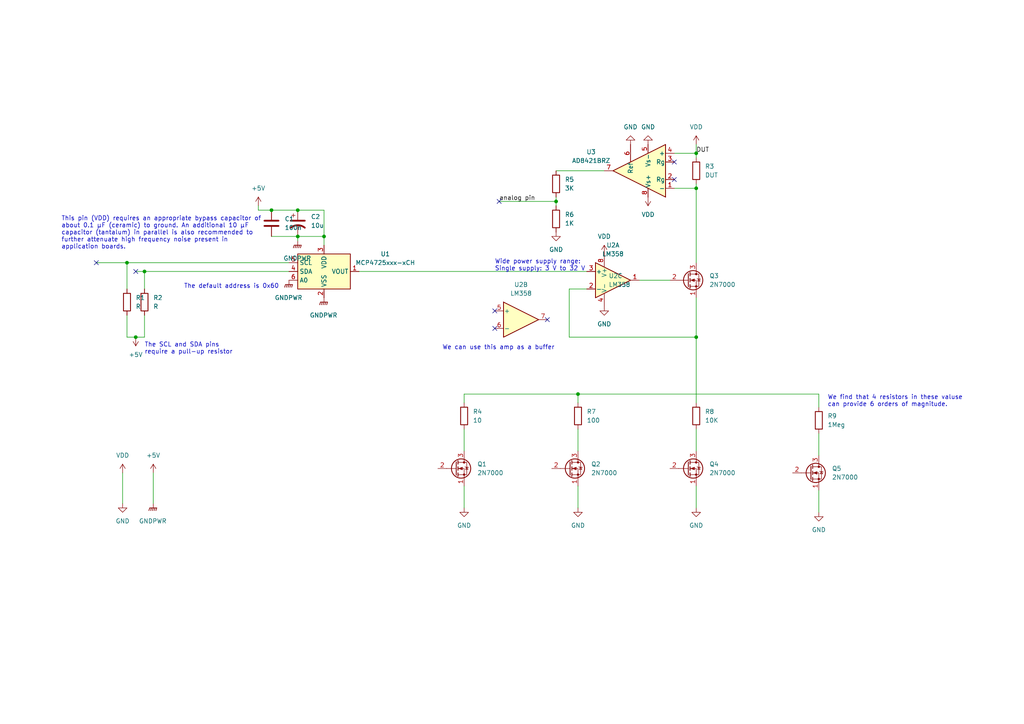
<source format=kicad_sch>
(kicad_sch (version 20211123) (generator eeschema)

  (uuid 1bbec1da-ecb5-49d8-9441-b0f7a1fcb9dc)

  (paper "A4")

  (lib_symbols
    (symbol "Amplifier_Instrumentation:AD8421BRZ" (pin_names (offset 0.127)) (in_bom yes) (on_board yes)
      (property "Reference" "U" (id 0) (at 3.556 7.366 0)
        (effects (font (size 1.27 1.27)))
      )
      (property "Value" "AD8421BRZ" (id 1) (at 7.366 5.334 0)
        (effects (font (size 1.27 1.27)))
      )
      (property "Footprint" "" (id 2) (at -2.54 0 0)
        (effects (font (size 1.27 1.27)) hide)
      )
      (property "Datasheet" "https://www.analog.com/media/en/technical-documentation/data-sheets/AD8421.pdf" (id 3) (at 11.43 -10.16 0)
        (effects (font (size 1.27 1.27)) hide)
      )
      (property "ki_keywords" "ad8421 instumentation amplifier soic-8" (id 4) (at 0 0 0)
        (effects (font (size 1.27 1.27)) hide)
      )
      (property "ki_description" "Low Power, Instumentation Amplifier, SOIC-8" (id 5) (at 0 0 0)
        (effects (font (size 1.27 1.27)) hide)
      )
      (property "ki_fp_filters" "SOIC-8*" (id 6) (at 0 0 0)
        (effects (font (size 1.27 1.27)) hide)
      )
      (symbol "AD8421BRZ_0_1"
        (polyline
          (pts
            (xy -5.08 7.62)
            (xy -5.08 -7.62)
            (xy 10.16 0)
            (xy -5.08 7.62)
          )
          (stroke (width 0.254) (type default) (color 0 0 0 0))
          (fill (type background))
        )
      )
      (symbol "AD8421BRZ_1_1"
        (pin input line (at -7.62 5.08 0) (length 2.54)
          (name "-" (effects (font (size 1.27 1.27))))
          (number "1" (effects (font (size 1.27 1.27))))
        )
        (pin passive line (at -7.62 2.54 0) (length 2.54)
          (name "Rg" (effects (font (size 1.27 1.27))))
          (number "2" (effects (font (size 1.27 1.27))))
        )
        (pin passive line (at -7.62 -2.54 0) (length 2.54)
          (name "Rg" (effects (font (size 1.27 1.27))))
          (number "3" (effects (font (size 1.27 1.27))))
        )
        (pin input line (at -7.62 -5.08 0) (length 2.54)
          (name "+" (effects (font (size 1.27 1.27))))
          (number "4" (effects (font (size 1.27 1.27))))
        )
        (pin power_in line (at 0 -7.62 90) (length 2.54)
          (name "Vs-" (effects (font (size 1.27 1.27))))
          (number "5" (effects (font (size 1.27 1.27))))
        )
        (pin passive line (at 5.08 -7.62 90) (length 5.08)
          (name "Ref" (effects (font (size 1.27 1.27))))
          (number "6" (effects (font (size 1.27 1.27))))
        )
        (pin output line (at 12.7 0 180) (length 2.54)
          (name "~" (effects (font (size 1.27 1.27))))
          (number "7" (effects (font (size 1.27 1.27))))
        )
        (pin power_in line (at 0 7.62 270) (length 2.54)
          (name "Vs+" (effects (font (size 1.27 1.27))))
          (number "8" (effects (font (size 1.27 1.27))))
        )
      )
    )
    (symbol "Amplifier_Operational:LM358" (pin_names (offset 0.127)) (in_bom yes) (on_board yes)
      (property "Reference" "U" (id 0) (at 0 5.08 0)
        (effects (font (size 1.27 1.27)) (justify left))
      )
      (property "Value" "LM358" (id 1) (at 0 -5.08 0)
        (effects (font (size 1.27 1.27)) (justify left))
      )
      (property "Footprint" "" (id 2) (at 0 0 0)
        (effects (font (size 1.27 1.27)) hide)
      )
      (property "Datasheet" "http://www.ti.com/lit/ds/symlink/lm2904-n.pdf" (id 3) (at 0 0 0)
        (effects (font (size 1.27 1.27)) hide)
      )
      (property "ki_locked" "" (id 4) (at 0 0 0)
        (effects (font (size 1.27 1.27)))
      )
      (property "ki_keywords" "dual opamp" (id 5) (at 0 0 0)
        (effects (font (size 1.27 1.27)) hide)
      )
      (property "ki_description" "Low-Power, Dual Operational Amplifiers, DIP-8/SOIC-8/TO-99-8" (id 6) (at 0 0 0)
        (effects (font (size 1.27 1.27)) hide)
      )
      (property "ki_fp_filters" "SOIC*3.9x4.9mm*P1.27mm* DIP*W7.62mm* TO*99* OnSemi*Micro8* TSSOP*3x3mm*P0.65mm* TSSOP*4.4x3mm*P0.65mm* MSOP*3x3mm*P0.65mm* SSOP*3.9x4.9mm*P0.635mm* LFCSP*2x2mm*P0.5mm* *SIP* SOIC*5.3x6.2mm*P1.27mm*" (id 7) (at 0 0 0)
        (effects (font (size 1.27 1.27)) hide)
      )
      (symbol "LM358_1_1"
        (polyline
          (pts
            (xy -5.08 5.08)
            (xy 5.08 0)
            (xy -5.08 -5.08)
            (xy -5.08 5.08)
          )
          (stroke (width 0.254) (type default) (color 0 0 0 0))
          (fill (type background))
        )
        (pin output line (at 7.62 0 180) (length 2.54)
          (name "~" (effects (font (size 1.27 1.27))))
          (number "1" (effects (font (size 1.27 1.27))))
        )
        (pin input line (at -7.62 -2.54 0) (length 2.54)
          (name "-" (effects (font (size 1.27 1.27))))
          (number "2" (effects (font (size 1.27 1.27))))
        )
        (pin input line (at -7.62 2.54 0) (length 2.54)
          (name "+" (effects (font (size 1.27 1.27))))
          (number "3" (effects (font (size 1.27 1.27))))
        )
      )
      (symbol "LM358_2_1"
        (polyline
          (pts
            (xy -5.08 5.08)
            (xy 5.08 0)
            (xy -5.08 -5.08)
            (xy -5.08 5.08)
          )
          (stroke (width 0.254) (type default) (color 0 0 0 0))
          (fill (type background))
        )
        (pin input line (at -7.62 2.54 0) (length 2.54)
          (name "+" (effects (font (size 1.27 1.27))))
          (number "5" (effects (font (size 1.27 1.27))))
        )
        (pin input line (at -7.62 -2.54 0) (length 2.54)
          (name "-" (effects (font (size 1.27 1.27))))
          (number "6" (effects (font (size 1.27 1.27))))
        )
        (pin output line (at 7.62 0 180) (length 2.54)
          (name "~" (effects (font (size 1.27 1.27))))
          (number "7" (effects (font (size 1.27 1.27))))
        )
      )
      (symbol "LM358_3_1"
        (pin power_in line (at -2.54 -7.62 90) (length 3.81)
          (name "V-" (effects (font (size 1.27 1.27))))
          (number "4" (effects (font (size 1.27 1.27))))
        )
        (pin power_in line (at -2.54 7.62 270) (length 3.81)
          (name "V+" (effects (font (size 1.27 1.27))))
          (number "8" (effects (font (size 1.27 1.27))))
        )
      )
    )
    (symbol "Analog_DAC:MCP4725xxx-xCH" (in_bom yes) (on_board yes)
      (property "Reference" "U" (id 0) (at -6.35 6.35 0)
        (effects (font (size 1.27 1.27)))
      )
      (property "Value" "MCP4725xxx-xCH" (id 1) (at 8.89 6.35 0)
        (effects (font (size 1.27 1.27)))
      )
      (property "Footprint" "Package_TO_SOT_SMD:SOT-23-6" (id 2) (at 0 -6.35 0)
        (effects (font (size 1.27 1.27)) hide)
      )
      (property "Datasheet" "http://ww1.microchip.com/downloads/en/DeviceDoc/22039d.pdf" (id 3) (at 0 0 0)
        (effects (font (size 1.27 1.27)) hide)
      )
      (property "ki_keywords" "dac twi" (id 4) (at 0 0 0)
        (effects (font (size 1.27 1.27)) hide)
      )
      (property "ki_description" "12-bit Digital-to-Analog Converter, integrated EEPROM, I2C interface, SOT-23-6" (id 5) (at 0 0 0)
        (effects (font (size 1.27 1.27)) hide)
      )
      (property "ki_fp_filters" "SOT?23*" (id 6) (at 0 0 0)
        (effects (font (size 1.27 1.27)) hide)
      )
      (symbol "MCP4725xxx-xCH_0_1"
        (rectangle (start -7.62 5.08) (end 7.62 -5.08)
          (stroke (width 0.254) (type default) (color 0 0 0 0))
          (fill (type background))
        )
      )
      (symbol "MCP4725xxx-xCH_1_1"
        (pin output line (at 10.16 0 180) (length 2.54)
          (name "VOUT" (effects (font (size 1.27 1.27))))
          (number "1" (effects (font (size 1.27 1.27))))
        )
        (pin power_in line (at 0 -7.62 90) (length 2.54)
          (name "VSS" (effects (font (size 1.27 1.27))))
          (number "2" (effects (font (size 1.27 1.27))))
        )
        (pin power_in line (at 0 7.62 270) (length 2.54)
          (name "VDD" (effects (font (size 1.27 1.27))))
          (number "3" (effects (font (size 1.27 1.27))))
        )
        (pin bidirectional line (at -10.16 0 0) (length 2.54)
          (name "SDA" (effects (font (size 1.27 1.27))))
          (number "4" (effects (font (size 1.27 1.27))))
        )
        (pin input line (at -10.16 2.54 0) (length 2.54)
          (name "SCL" (effects (font (size 1.27 1.27))))
          (number "5" (effects (font (size 1.27 1.27))))
        )
        (pin input line (at -10.16 -2.54 0) (length 2.54)
          (name "A0" (effects (font (size 1.27 1.27))))
          (number "6" (effects (font (size 1.27 1.27))))
        )
      )
    )
    (symbol "Device:C" (pin_numbers hide) (pin_names (offset 0.254)) (in_bom yes) (on_board yes)
      (property "Reference" "C" (id 0) (at 0.635 2.54 0)
        (effects (font (size 1.27 1.27)) (justify left))
      )
      (property "Value" "C" (id 1) (at 0.635 -2.54 0)
        (effects (font (size 1.27 1.27)) (justify left))
      )
      (property "Footprint" "" (id 2) (at 0.9652 -3.81 0)
        (effects (font (size 1.27 1.27)) hide)
      )
      (property "Datasheet" "~" (id 3) (at 0 0 0)
        (effects (font (size 1.27 1.27)) hide)
      )
      (property "ki_keywords" "cap capacitor" (id 4) (at 0 0 0)
        (effects (font (size 1.27 1.27)) hide)
      )
      (property "ki_description" "Unpolarized capacitor" (id 5) (at 0 0 0)
        (effects (font (size 1.27 1.27)) hide)
      )
      (property "ki_fp_filters" "C_*" (id 6) (at 0 0 0)
        (effects (font (size 1.27 1.27)) hide)
      )
      (symbol "C_0_1"
        (polyline
          (pts
            (xy -2.032 -0.762)
            (xy 2.032 -0.762)
          )
          (stroke (width 0.508) (type default) (color 0 0 0 0))
          (fill (type none))
        )
        (polyline
          (pts
            (xy -2.032 0.762)
            (xy 2.032 0.762)
          )
          (stroke (width 0.508) (type default) (color 0 0 0 0))
          (fill (type none))
        )
      )
      (symbol "C_1_1"
        (pin passive line (at 0 3.81 270) (length 2.794)
          (name "~" (effects (font (size 1.27 1.27))))
          (number "1" (effects (font (size 1.27 1.27))))
        )
        (pin passive line (at 0 -3.81 90) (length 2.794)
          (name "~" (effects (font (size 1.27 1.27))))
          (number "2" (effects (font (size 1.27 1.27))))
        )
      )
    )
    (symbol "Device:C_Polarized_US" (pin_numbers hide) (pin_names (offset 0.254) hide) (in_bom yes) (on_board yes)
      (property "Reference" "C" (id 0) (at 0.635 2.54 0)
        (effects (font (size 1.27 1.27)) (justify left))
      )
      (property "Value" "C_Polarized_US" (id 1) (at 0.635 -2.54 0)
        (effects (font (size 1.27 1.27)) (justify left))
      )
      (property "Footprint" "" (id 2) (at 0 0 0)
        (effects (font (size 1.27 1.27)) hide)
      )
      (property "Datasheet" "~" (id 3) (at 0 0 0)
        (effects (font (size 1.27 1.27)) hide)
      )
      (property "ki_keywords" "cap capacitor" (id 4) (at 0 0 0)
        (effects (font (size 1.27 1.27)) hide)
      )
      (property "ki_description" "Polarized capacitor, US symbol" (id 5) (at 0 0 0)
        (effects (font (size 1.27 1.27)) hide)
      )
      (property "ki_fp_filters" "CP_*" (id 6) (at 0 0 0)
        (effects (font (size 1.27 1.27)) hide)
      )
      (symbol "C_Polarized_US_0_1"
        (polyline
          (pts
            (xy -2.032 0.762)
            (xy 2.032 0.762)
          )
          (stroke (width 0.508) (type default) (color 0 0 0 0))
          (fill (type none))
        )
        (polyline
          (pts
            (xy -1.778 2.286)
            (xy -0.762 2.286)
          )
          (stroke (width 0) (type default) (color 0 0 0 0))
          (fill (type none))
        )
        (polyline
          (pts
            (xy -1.27 1.778)
            (xy -1.27 2.794)
          )
          (stroke (width 0) (type default) (color 0 0 0 0))
          (fill (type none))
        )
        (arc (start 2.032 -1.27) (mid 0 -0.5572) (end -2.032 -1.27)
          (stroke (width 0.508) (type default) (color 0 0 0 0))
          (fill (type none))
        )
      )
      (symbol "C_Polarized_US_1_1"
        (pin passive line (at 0 3.81 270) (length 2.794)
          (name "~" (effects (font (size 1.27 1.27))))
          (number "1" (effects (font (size 1.27 1.27))))
        )
        (pin passive line (at 0 -3.81 90) (length 3.302)
          (name "~" (effects (font (size 1.27 1.27))))
          (number "2" (effects (font (size 1.27 1.27))))
        )
      )
    )
    (symbol "Device:R" (pin_numbers hide) (pin_names (offset 0)) (in_bom yes) (on_board yes)
      (property "Reference" "R" (id 0) (at 2.032 0 90)
        (effects (font (size 1.27 1.27)))
      )
      (property "Value" "R" (id 1) (at 0 0 90)
        (effects (font (size 1.27 1.27)))
      )
      (property "Footprint" "" (id 2) (at -1.778 0 90)
        (effects (font (size 1.27 1.27)) hide)
      )
      (property "Datasheet" "~" (id 3) (at 0 0 0)
        (effects (font (size 1.27 1.27)) hide)
      )
      (property "ki_keywords" "R res resistor" (id 4) (at 0 0 0)
        (effects (font (size 1.27 1.27)) hide)
      )
      (property "ki_description" "Resistor" (id 5) (at 0 0 0)
        (effects (font (size 1.27 1.27)) hide)
      )
      (property "ki_fp_filters" "R_*" (id 6) (at 0 0 0)
        (effects (font (size 1.27 1.27)) hide)
      )
      (symbol "R_0_1"
        (rectangle (start -1.016 -2.54) (end 1.016 2.54)
          (stroke (width 0.254) (type default) (color 0 0 0 0))
          (fill (type none))
        )
      )
      (symbol "R_1_1"
        (pin passive line (at 0 3.81 270) (length 1.27)
          (name "~" (effects (font (size 1.27 1.27))))
          (number "1" (effects (font (size 1.27 1.27))))
        )
        (pin passive line (at 0 -3.81 90) (length 1.27)
          (name "~" (effects (font (size 1.27 1.27))))
          (number "2" (effects (font (size 1.27 1.27))))
        )
      )
    )
    (symbol "Transistor_FET:2N7000" (pin_names hide) (in_bom yes) (on_board yes)
      (property "Reference" "Q" (id 0) (at 5.08 1.905 0)
        (effects (font (size 1.27 1.27)) (justify left))
      )
      (property "Value" "2N7000" (id 1) (at 5.08 0 0)
        (effects (font (size 1.27 1.27)) (justify left))
      )
      (property "Footprint" "Package_TO_SOT_THT:TO-92_Inline" (id 2) (at 5.08 -1.905 0)
        (effects (font (size 1.27 1.27) italic) (justify left) hide)
      )
      (property "Datasheet" "https://www.vishay.com/docs/70226/70226.pdf" (id 3) (at 0 0 0)
        (effects (font (size 1.27 1.27)) (justify left) hide)
      )
      (property "ki_keywords" "N-Channel MOSFET Logic-Level" (id 4) (at 0 0 0)
        (effects (font (size 1.27 1.27)) hide)
      )
      (property "ki_description" "0.2A Id, 200V Vds, N-Channel MOSFET, 2.6V Logic Level, TO-92" (id 5) (at 0 0 0)
        (effects (font (size 1.27 1.27)) hide)
      )
      (property "ki_fp_filters" "TO?92*" (id 6) (at 0 0 0)
        (effects (font (size 1.27 1.27)) hide)
      )
      (symbol "2N7000_0_1"
        (polyline
          (pts
            (xy 0.254 0)
            (xy -2.54 0)
          )
          (stroke (width 0) (type default) (color 0 0 0 0))
          (fill (type none))
        )
        (polyline
          (pts
            (xy 0.254 1.905)
            (xy 0.254 -1.905)
          )
          (stroke (width 0.254) (type default) (color 0 0 0 0))
          (fill (type none))
        )
        (polyline
          (pts
            (xy 0.762 -1.27)
            (xy 0.762 -2.286)
          )
          (stroke (width 0.254) (type default) (color 0 0 0 0))
          (fill (type none))
        )
        (polyline
          (pts
            (xy 0.762 0.508)
            (xy 0.762 -0.508)
          )
          (stroke (width 0.254) (type default) (color 0 0 0 0))
          (fill (type none))
        )
        (polyline
          (pts
            (xy 0.762 2.286)
            (xy 0.762 1.27)
          )
          (stroke (width 0.254) (type default) (color 0 0 0 0))
          (fill (type none))
        )
        (polyline
          (pts
            (xy 2.54 2.54)
            (xy 2.54 1.778)
          )
          (stroke (width 0) (type default) (color 0 0 0 0))
          (fill (type none))
        )
        (polyline
          (pts
            (xy 2.54 -2.54)
            (xy 2.54 0)
            (xy 0.762 0)
          )
          (stroke (width 0) (type default) (color 0 0 0 0))
          (fill (type none))
        )
        (polyline
          (pts
            (xy 0.762 -1.778)
            (xy 3.302 -1.778)
            (xy 3.302 1.778)
            (xy 0.762 1.778)
          )
          (stroke (width 0) (type default) (color 0 0 0 0))
          (fill (type none))
        )
        (polyline
          (pts
            (xy 1.016 0)
            (xy 2.032 0.381)
            (xy 2.032 -0.381)
            (xy 1.016 0)
          )
          (stroke (width 0) (type default) (color 0 0 0 0))
          (fill (type outline))
        )
        (polyline
          (pts
            (xy 2.794 0.508)
            (xy 2.921 0.381)
            (xy 3.683 0.381)
            (xy 3.81 0.254)
          )
          (stroke (width 0) (type default) (color 0 0 0 0))
          (fill (type none))
        )
        (polyline
          (pts
            (xy 3.302 0.381)
            (xy 2.921 -0.254)
            (xy 3.683 -0.254)
            (xy 3.302 0.381)
          )
          (stroke (width 0) (type default) (color 0 0 0 0))
          (fill (type none))
        )
        (circle (center 1.651 0) (radius 2.794)
          (stroke (width 0.254) (type default) (color 0 0 0 0))
          (fill (type none))
        )
        (circle (center 2.54 -1.778) (radius 0.254)
          (stroke (width 0) (type default) (color 0 0 0 0))
          (fill (type outline))
        )
        (circle (center 2.54 1.778) (radius 0.254)
          (stroke (width 0) (type default) (color 0 0 0 0))
          (fill (type outline))
        )
      )
      (symbol "2N7000_1_1"
        (pin passive line (at 2.54 -5.08 90) (length 2.54)
          (name "S" (effects (font (size 1.27 1.27))))
          (number "1" (effects (font (size 1.27 1.27))))
        )
        (pin input line (at -5.08 0 0) (length 2.54)
          (name "G" (effects (font (size 1.27 1.27))))
          (number "2" (effects (font (size 1.27 1.27))))
        )
        (pin passive line (at 2.54 5.08 270) (length 2.54)
          (name "D" (effects (font (size 1.27 1.27))))
          (number "3" (effects (font (size 1.27 1.27))))
        )
      )
    )
    (symbol "power:+5V" (power) (pin_names (offset 0)) (in_bom yes) (on_board yes)
      (property "Reference" "#PWR" (id 0) (at 0 -3.81 0)
        (effects (font (size 1.27 1.27)) hide)
      )
      (property "Value" "+5V" (id 1) (at 0 3.556 0)
        (effects (font (size 1.27 1.27)))
      )
      (property "Footprint" "" (id 2) (at 0 0 0)
        (effects (font (size 1.27 1.27)) hide)
      )
      (property "Datasheet" "" (id 3) (at 0 0 0)
        (effects (font (size 1.27 1.27)) hide)
      )
      (property "ki_keywords" "power-flag" (id 4) (at 0 0 0)
        (effects (font (size 1.27 1.27)) hide)
      )
      (property "ki_description" "Power symbol creates a global label with name \"+5V\"" (id 5) (at 0 0 0)
        (effects (font (size 1.27 1.27)) hide)
      )
      (symbol "+5V_0_1"
        (polyline
          (pts
            (xy -0.762 1.27)
            (xy 0 2.54)
          )
          (stroke (width 0) (type default) (color 0 0 0 0))
          (fill (type none))
        )
        (polyline
          (pts
            (xy 0 0)
            (xy 0 2.54)
          )
          (stroke (width 0) (type default) (color 0 0 0 0))
          (fill (type none))
        )
        (polyline
          (pts
            (xy 0 2.54)
            (xy 0.762 1.27)
          )
          (stroke (width 0) (type default) (color 0 0 0 0))
          (fill (type none))
        )
      )
      (symbol "+5V_1_1"
        (pin power_in line (at 0 0 90) (length 0) hide
          (name "+5V" (effects (font (size 1.27 1.27))))
          (number "1" (effects (font (size 1.27 1.27))))
        )
      )
    )
    (symbol "power:GND" (power) (pin_names (offset 0)) (in_bom yes) (on_board yes)
      (property "Reference" "#PWR" (id 0) (at 0 -6.35 0)
        (effects (font (size 1.27 1.27)) hide)
      )
      (property "Value" "GND" (id 1) (at 0 -3.81 0)
        (effects (font (size 1.27 1.27)))
      )
      (property "Footprint" "" (id 2) (at 0 0 0)
        (effects (font (size 1.27 1.27)) hide)
      )
      (property "Datasheet" "" (id 3) (at 0 0 0)
        (effects (font (size 1.27 1.27)) hide)
      )
      (property "ki_keywords" "power-flag" (id 4) (at 0 0 0)
        (effects (font (size 1.27 1.27)) hide)
      )
      (property "ki_description" "Power symbol creates a global label with name \"GND\" , ground" (id 5) (at 0 0 0)
        (effects (font (size 1.27 1.27)) hide)
      )
      (symbol "GND_0_1"
        (polyline
          (pts
            (xy 0 0)
            (xy 0 -1.27)
            (xy 1.27 -1.27)
            (xy 0 -2.54)
            (xy -1.27 -1.27)
            (xy 0 -1.27)
          )
          (stroke (width 0) (type default) (color 0 0 0 0))
          (fill (type none))
        )
      )
      (symbol "GND_1_1"
        (pin power_in line (at 0 0 270) (length 0) hide
          (name "GND" (effects (font (size 1.27 1.27))))
          (number "1" (effects (font (size 1.27 1.27))))
        )
      )
    )
    (symbol "power:GNDPWR" (power) (pin_names (offset 0)) (in_bom yes) (on_board yes)
      (property "Reference" "#PWR" (id 0) (at 0 -5.08 0)
        (effects (font (size 1.27 1.27)) hide)
      )
      (property "Value" "GNDPWR" (id 1) (at 0 -3.302 0)
        (effects (font (size 1.27 1.27)))
      )
      (property "Footprint" "" (id 2) (at 0 -1.27 0)
        (effects (font (size 1.27 1.27)) hide)
      )
      (property "Datasheet" "" (id 3) (at 0 -1.27 0)
        (effects (font (size 1.27 1.27)) hide)
      )
      (property "ki_keywords" "power-flag" (id 4) (at 0 0 0)
        (effects (font (size 1.27 1.27)) hide)
      )
      (property "ki_description" "Power symbol creates a global label with name \"GNDPWR\" , power ground" (id 5) (at 0 0 0)
        (effects (font (size 1.27 1.27)) hide)
      )
      (symbol "GNDPWR_0_1"
        (polyline
          (pts
            (xy 0 -1.27)
            (xy 0 0)
          )
          (stroke (width 0) (type default) (color 0 0 0 0))
          (fill (type none))
        )
        (polyline
          (pts
            (xy -1.016 -1.27)
            (xy -1.27 -2.032)
            (xy -1.27 -2.032)
          )
          (stroke (width 0.2032) (type default) (color 0 0 0 0))
          (fill (type none))
        )
        (polyline
          (pts
            (xy -0.508 -1.27)
            (xy -0.762 -2.032)
            (xy -0.762 -2.032)
          )
          (stroke (width 0.2032) (type default) (color 0 0 0 0))
          (fill (type none))
        )
        (polyline
          (pts
            (xy 0 -1.27)
            (xy -0.254 -2.032)
            (xy -0.254 -2.032)
          )
          (stroke (width 0.2032) (type default) (color 0 0 0 0))
          (fill (type none))
        )
        (polyline
          (pts
            (xy 0.508 -1.27)
            (xy 0.254 -2.032)
            (xy 0.254 -2.032)
          )
          (stroke (width 0.2032) (type default) (color 0 0 0 0))
          (fill (type none))
        )
        (polyline
          (pts
            (xy 1.016 -1.27)
            (xy -1.016 -1.27)
            (xy -1.016 -1.27)
          )
          (stroke (width 0.2032) (type default) (color 0 0 0 0))
          (fill (type none))
        )
        (polyline
          (pts
            (xy 1.016 -1.27)
            (xy 0.762 -2.032)
            (xy 0.762 -2.032)
            (xy 0.762 -2.032)
          )
          (stroke (width 0.2032) (type default) (color 0 0 0 0))
          (fill (type none))
        )
      )
      (symbol "GNDPWR_1_1"
        (pin power_in line (at 0 0 270) (length 0) hide
          (name "GNDPWR" (effects (font (size 1.27 1.27))))
          (number "1" (effects (font (size 1.27 1.27))))
        )
      )
    )
    (symbol "power:VDD" (power) (pin_names (offset 0)) (in_bom yes) (on_board yes)
      (property "Reference" "#PWR" (id 0) (at 0 -3.81 0)
        (effects (font (size 1.27 1.27)) hide)
      )
      (property "Value" "VDD" (id 1) (at 0 3.81 0)
        (effects (font (size 1.27 1.27)))
      )
      (property "Footprint" "" (id 2) (at 0 0 0)
        (effects (font (size 1.27 1.27)) hide)
      )
      (property "Datasheet" "" (id 3) (at 0 0 0)
        (effects (font (size 1.27 1.27)) hide)
      )
      (property "ki_keywords" "power-flag" (id 4) (at 0 0 0)
        (effects (font (size 1.27 1.27)) hide)
      )
      (property "ki_description" "Power symbol creates a global label with name \"VDD\"" (id 5) (at 0 0 0)
        (effects (font (size 1.27 1.27)) hide)
      )
      (symbol "VDD_0_1"
        (polyline
          (pts
            (xy -0.762 1.27)
            (xy 0 2.54)
          )
          (stroke (width 0) (type default) (color 0 0 0 0))
          (fill (type none))
        )
        (polyline
          (pts
            (xy 0 0)
            (xy 0 2.54)
          )
          (stroke (width 0) (type default) (color 0 0 0 0))
          (fill (type none))
        )
        (polyline
          (pts
            (xy 0 2.54)
            (xy 0.762 1.27)
          )
          (stroke (width 0) (type default) (color 0 0 0 0))
          (fill (type none))
        )
      )
      (symbol "VDD_1_1"
        (pin power_in line (at 0 0 90) (length 0) hide
          (name "VDD" (effects (font (size 1.27 1.27))))
          (number "1" (effects (font (size 1.27 1.27))))
        )
      )
    )
  )

  (junction (at 41.91 78.74) (diameter 0) (color 0 0 0 0)
    (uuid 1a64353c-da85-4ecc-be6a-40e3d4cadd01)
  )
  (junction (at 36.83 76.2) (diameter 0) (color 0 0 0 0)
    (uuid 3b08bcae-6d0f-404b-a03d-22db518a9e02)
  )
  (junction (at 201.93 44.45) (diameter 0) (color 0 0 0 0)
    (uuid 499884e5-7250-4385-9090-506926e4e7cc)
  )
  (junction (at 201.93 97.79) (diameter 0) (color 0 0 0 0)
    (uuid 4e019bdb-8d3a-492c-8826-f27ef1eb729c)
  )
  (junction (at 78.74 60.96) (diameter 0) (color 0 0 0 0)
    (uuid 59aac919-b04b-451b-b892-55ddedaf0cc3)
  )
  (junction (at 201.93 54.61) (diameter 0) (color 0 0 0 0)
    (uuid 683f1aa8-e72a-45c3-8984-9b92beb48d4c)
  )
  (junction (at 86.36 68.58) (diameter 0) (color 0 0 0 0)
    (uuid 6e072685-d867-4bea-b416-937e8cec7328)
  )
  (junction (at 86.36 60.96) (diameter 0) (color 0 0 0 0)
    (uuid 86d8940e-5ab2-4769-9a14-9890af200660)
  )
  (junction (at 167.64 114.3) (diameter 0) (color 0 0 0 0)
    (uuid 977c4627-2a4f-4991-8bba-2fa3449a1029)
  )
  (junction (at 161.29 58.42) (diameter 0) (color 0 0 0 0)
    (uuid b99ff6d0-0cf4-40a6-afd4-ac3e8b98dc4b)
  )
  (junction (at 93.98 68.58) (diameter 0) (color 0 0 0 0)
    (uuid eb1f818a-191d-42b0-be81-d289d59d4dbb)
  )
  (junction (at 39.37 97.79) (diameter 0) (color 0 0 0 0)
    (uuid ee57d3ec-8ffb-4f95-9e5f-c18ffad1faff)
  )

  (no_connect (at 143.51 90.17) (uuid 07dfa721-ba68-4313-b7a3-0ece18856120))
  (no_connect (at 158.75 92.71) (uuid 07dfa721-ba68-4313-b7a3-0ece18856120))
  (no_connect (at 143.51 95.25) (uuid 07dfa721-ba68-4313-b7a3-0ece18856120))
  (no_connect (at 195.58 52.07) (uuid 21369dbe-f12c-4a93-bca1-7036a29050da))
  (no_connect (at 195.58 46.99) (uuid 21369dbe-f12c-4a93-bca1-7036a29050db))
  (no_connect (at 27.94 76.2) (uuid afa7c932-176b-4748-adcf-affdd1b40e16))
  (no_connect (at 39.37 78.74) (uuid afa7c932-176b-4748-adcf-affdd1b40e17))
  (no_connect (at 144.78 58.42) (uuid f1b8dde8-591e-4e55-829c-da4d9905fa36))

  (wire (pts (xy 41.91 91.44) (xy 41.91 97.79))
    (stroke (width 0) (type default) (color 0 0 0 0))
    (uuid 05e8c4d5-6b4a-4f5c-830d-c86961311d3b)
  )
  (wire (pts (xy 237.49 142.24) (xy 237.49 148.59))
    (stroke (width 0) (type default) (color 0 0 0 0))
    (uuid 0b884ac0-6321-46d8-a943-772e1a2e089e)
  )
  (wire (pts (xy 201.93 97.79) (xy 201.93 116.84))
    (stroke (width 0) (type default) (color 0 0 0 0))
    (uuid 0d6fb658-3fc7-4aac-af1c-35052bb90c9a)
  )
  (wire (pts (xy 36.83 91.44) (xy 36.83 97.79))
    (stroke (width 0) (type default) (color 0 0 0 0))
    (uuid 0dbe3c1a-557b-46cf-a84b-2736abdf081e)
  )
  (wire (pts (xy 201.93 53.34) (xy 201.93 54.61))
    (stroke (width 0) (type default) (color 0 0 0 0))
    (uuid 0ef60104-7ed0-47b8-9f36-58ee1ace79bc)
  )
  (wire (pts (xy 39.37 78.74) (xy 41.91 78.74))
    (stroke (width 0) (type default) (color 0 0 0 0))
    (uuid 1cd2670b-550b-40f6-9343-55af86e27c36)
  )
  (wire (pts (xy 35.56 137.16) (xy 35.56 146.05))
    (stroke (width 0) (type default) (color 0 0 0 0))
    (uuid 27b523e6-77f0-4541-a4de-d2d1f9daa510)
  )
  (wire (pts (xy 201.93 140.97) (xy 201.93 147.32))
    (stroke (width 0) (type default) (color 0 0 0 0))
    (uuid 300f4504-7999-4aab-8898-c5d8a0bcb010)
  )
  (wire (pts (xy 78.74 60.96) (xy 74.93 60.96))
    (stroke (width 0) (type default) (color 0 0 0 0))
    (uuid 36ea380e-8a55-4bbb-a325-74e189e3100e)
  )
  (wire (pts (xy 83.82 78.74) (xy 41.91 78.74))
    (stroke (width 0) (type default) (color 0 0 0 0))
    (uuid 3cc5edb1-e28c-47bd-8bd2-d6d1f27d7965)
  )
  (wire (pts (xy 161.29 49.53) (xy 175.26 49.53))
    (stroke (width 0) (type default) (color 0 0 0 0))
    (uuid 3d36402b-f0bf-4681-9769-21c433585743)
  )
  (wire (pts (xy 78.74 68.58) (xy 86.36 68.58))
    (stroke (width 0) (type default) (color 0 0 0 0))
    (uuid 3e2e1c2d-3e81-4f14-8ecd-9f9dc559b86b)
  )
  (wire (pts (xy 41.91 78.74) (xy 41.91 83.82))
    (stroke (width 0) (type default) (color 0 0 0 0))
    (uuid 4f17df17-68af-406c-84d0-7f7486e71bde)
  )
  (wire (pts (xy 201.93 54.61) (xy 201.93 76.2))
    (stroke (width 0) (type default) (color 0 0 0 0))
    (uuid 4f6d541f-b1e0-4b55-9489-8d15bf76ea12)
  )
  (wire (pts (xy 86.36 60.96) (xy 93.98 60.96))
    (stroke (width 0) (type default) (color 0 0 0 0))
    (uuid 519a0815-f554-4f02-9799-c496c742eb5d)
  )
  (wire (pts (xy 144.78 58.42) (xy 161.29 58.42))
    (stroke (width 0) (type default) (color 0 0 0 0))
    (uuid 5258c523-fc74-44fc-8542-d665a337d0df)
  )
  (wire (pts (xy 161.29 58.42) (xy 161.29 59.69))
    (stroke (width 0) (type default) (color 0 0 0 0))
    (uuid 5b2eae88-b7c2-4150-85e0-637fe2e52897)
  )
  (wire (pts (xy 195.58 54.61) (xy 201.93 54.61))
    (stroke (width 0) (type default) (color 0 0 0 0))
    (uuid 5eb5da6b-2d06-486e-aae6-c16fe81f9ad7)
  )
  (wire (pts (xy 93.98 68.58) (xy 93.98 71.12))
    (stroke (width 0) (type default) (color 0 0 0 0))
    (uuid 60188c14-bf0d-41c6-af06-0b0888b3e526)
  )
  (wire (pts (xy 165.1 83.82) (xy 165.1 97.79))
    (stroke (width 0) (type default) (color 0 0 0 0))
    (uuid 60dd86d8-25f0-4b31-b7a4-86dcaf0f3f2c)
  )
  (wire (pts (xy 134.62 116.84) (xy 134.62 114.3))
    (stroke (width 0) (type default) (color 0 0 0 0))
    (uuid 64c8988b-53a6-428b-a30c-0c3e6431e611)
  )
  (wire (pts (xy 78.74 60.96) (xy 86.36 60.96))
    (stroke (width 0) (type default) (color 0 0 0 0))
    (uuid 69d32a96-670b-4675-9057-f656236bcca3)
  )
  (wire (pts (xy 170.18 83.82) (xy 165.1 83.82))
    (stroke (width 0) (type default) (color 0 0 0 0))
    (uuid 6b1cabf6-a941-45d8-9698-eda491d2bccf)
  )
  (wire (pts (xy 237.49 125.73) (xy 237.49 132.08))
    (stroke (width 0) (type default) (color 0 0 0 0))
    (uuid 6bd681aa-66c4-454f-ae6a-7834b3d6c40e)
  )
  (wire (pts (xy 134.62 114.3) (xy 167.64 114.3))
    (stroke (width 0) (type default) (color 0 0 0 0))
    (uuid 6cb7a59a-e243-49b0-8fc8-bd4b7a9f16fd)
  )
  (wire (pts (xy 167.64 124.46) (xy 167.64 130.81))
    (stroke (width 0) (type default) (color 0 0 0 0))
    (uuid 70c96cc3-f4c8-48c2-acb6-666ba6080536)
  )
  (wire (pts (xy 104.14 78.74) (xy 170.18 78.74))
    (stroke (width 0) (type default) (color 0 0 0 0))
    (uuid 72505800-4021-479b-b9a6-93bf0348e93b)
  )
  (wire (pts (xy 36.83 97.79) (xy 39.37 97.79))
    (stroke (width 0) (type default) (color 0 0 0 0))
    (uuid 729caafc-9aac-473b-9fbc-28ad9abfba3a)
  )
  (wire (pts (xy 201.93 41.91) (xy 201.93 44.45))
    (stroke (width 0) (type default) (color 0 0 0 0))
    (uuid 76dbfc26-8e18-49a8-95ff-55f0ccab469d)
  )
  (wire (pts (xy 134.62 124.46) (xy 134.62 130.81))
    (stroke (width 0) (type default) (color 0 0 0 0))
    (uuid 7910c7f7-3f08-4815-9470-f70796352bf3)
  )
  (wire (pts (xy 86.36 68.58) (xy 93.98 68.58))
    (stroke (width 0) (type default) (color 0 0 0 0))
    (uuid 7aa60f71-b7b3-4576-aee9-76b2d4e07666)
  )
  (wire (pts (xy 167.64 114.3) (xy 167.64 116.84))
    (stroke (width 0) (type default) (color 0 0 0 0))
    (uuid 83617d35-91d8-4f9e-9bcf-b952299c5654)
  )
  (wire (pts (xy 93.98 60.96) (xy 93.98 68.58))
    (stroke (width 0) (type default) (color 0 0 0 0))
    (uuid 8834627d-021e-41ad-91de-6d5a35ef8b38)
  )
  (wire (pts (xy 165.1 97.79) (xy 201.93 97.79))
    (stroke (width 0) (type default) (color 0 0 0 0))
    (uuid 8f500eb2-a84e-4aac-9d7a-6d7a7834d01f)
  )
  (wire (pts (xy 201.93 44.45) (xy 201.93 45.72))
    (stroke (width 0) (type default) (color 0 0 0 0))
    (uuid 8fe38407-6c3e-4053-8432-4733fbe6ecfd)
  )
  (wire (pts (xy 39.37 97.79) (xy 41.91 97.79))
    (stroke (width 0) (type default) (color 0 0 0 0))
    (uuid 92164c13-fb10-47b9-9b89-448a51dff771)
  )
  (wire (pts (xy 36.83 76.2) (xy 36.83 83.82))
    (stroke (width 0) (type default) (color 0 0 0 0))
    (uuid a0998973-46d7-4a17-b15d-1e44e8febaaf)
  )
  (wire (pts (xy 167.64 114.3) (xy 237.49 114.3))
    (stroke (width 0) (type default) (color 0 0 0 0))
    (uuid a7314d3c-9cb9-4b68-b7a5-0f63c1b12faf)
  )
  (wire (pts (xy 74.93 59.69) (xy 74.93 60.96))
    (stroke (width 0) (type default) (color 0 0 0 0))
    (uuid aaa7a39b-91f7-4926-a71b-22b7963d75b5)
  )
  (wire (pts (xy 201.93 86.36) (xy 201.93 97.79))
    (stroke (width 0) (type default) (color 0 0 0 0))
    (uuid af060fec-818d-4f30-adfd-d8055b146a75)
  )
  (wire (pts (xy 161.29 57.15) (xy 161.29 58.42))
    (stroke (width 0) (type default) (color 0 0 0 0))
    (uuid b1b05dbf-2f9f-49ac-9586-8ec3e518f33c)
  )
  (wire (pts (xy 27.94 76.2) (xy 36.83 76.2))
    (stroke (width 0) (type default) (color 0 0 0 0))
    (uuid b2e0d5ed-9575-41dc-bc64-148136db51bc)
  )
  (wire (pts (xy 86.36 68.58) (xy 86.36 69.85))
    (stroke (width 0) (type default) (color 0 0 0 0))
    (uuid c12eed45-4017-4027-8550-25fb4f15015c)
  )
  (wire (pts (xy 195.58 44.45) (xy 201.93 44.45))
    (stroke (width 0) (type default) (color 0 0 0 0))
    (uuid c40668a5-961f-4eb2-b213-9eaa8d3c3174)
  )
  (wire (pts (xy 134.62 140.97) (xy 134.62 147.32))
    (stroke (width 0) (type default) (color 0 0 0 0))
    (uuid d1dfbaba-9845-4d89-81be-315c7a488f8b)
  )
  (wire (pts (xy 185.42 81.28) (xy 194.31 81.28))
    (stroke (width 0) (type default) (color 0 0 0 0))
    (uuid d56582ce-e4dc-432a-9f63-93b41305d1cf)
  )
  (wire (pts (xy 167.64 140.97) (xy 167.64 147.32))
    (stroke (width 0) (type default) (color 0 0 0 0))
    (uuid d9d8ce31-606f-456a-a498-9713285c6052)
  )
  (wire (pts (xy 83.82 76.2) (xy 36.83 76.2))
    (stroke (width 0) (type default) (color 0 0 0 0))
    (uuid e8d198f5-a2cf-4842-ad30-ce3e4e7a7055)
  )
  (wire (pts (xy 201.93 124.46) (xy 201.93 130.81))
    (stroke (width 0) (type default) (color 0 0 0 0))
    (uuid ed454a57-d8da-4874-867b-5008d7766c72)
  )
  (wire (pts (xy 44.45 137.16) (xy 44.45 146.05))
    (stroke (width 0) (type default) (color 0 0 0 0))
    (uuid f623a38c-52a5-419a-badd-291cc1783101)
  )
  (wire (pts (xy 237.49 114.3) (xy 237.49 118.11))
    (stroke (width 0) (type default) (color 0 0 0 0))
    (uuid f87b5c04-cf30-4c47-a95c-75af6998743e)
  )

  (text "This pin (VDD) requires an appropriate bypass capacitor of\nabout 0.1 µF (ceramic) to ground. An additional 10 µF\ncapacitor (tantalum) in parallel is also recommended to\nfurther attenuate high frequency noise present in\napplication boards."
    (at 17.78 72.39 0)
    (effects (font (size 1.27 1.27)) (justify left bottom))
    (uuid 38d1a2b9-304a-465e-8398-54f8b6838b2d)
  )
  (text "We can use this amp as a buffer" (at 128.27 101.6 0)
    (effects (font (size 1.27 1.27)) (justify left bottom))
    (uuid 40ac31ea-1dfc-4d1c-91af-21bf9317f80d)
  )
  (text "The default address is 0x60\n" (at 53.34 83.82 0)
    (effects (font (size 1.27 1.27)) (justify left bottom))
    (uuid a36186f3-7f3a-4932-b2b3-b6a5f45ec950)
  )
  (text "We find that 4 resistors in these valuse\ncan provide 6 orders of magnitude.\n"
    (at 240.03 118.11 0)
    (effects (font (size 1.27 1.27)) (justify left bottom))
    (uuid b05ebb4f-2f74-4763-8358-50f1fdaadc01)
  )
  (text "The SCL and SDA pins\nrequire a pull-up resistor" (at 41.91 102.87 0)
    (effects (font (size 1.27 1.27)) (justify left bottom))
    (uuid ea4401da-0e05-4767-910f-04afd4f85044)
  )
  (text "Wide power supply range:\nSingle supply: 3 V to 32 V"
    (at 143.51 78.74 0)
    (effects (font (size 1.27 1.27)) (justify left bottom))
    (uuid f2632513-2c7c-4bcc-a491-5c2314fae477)
  )

  (label "analog pin" (at 144.78 58.42 0)
    (effects (font (size 1.27 1.27)) (justify left bottom))
    (uuid 493ba528-ee6b-480d-92ec-633b802b1403)
  )
  (label "DUT" (at 201.93 44.45 0)
    (effects (font (size 1.27 1.27)) (justify left bottom))
    (uuid 6c502555-a69c-4e1f-a28d-366fd0dd98f3)
  )

  (symbol (lib_id "Amplifier_Operational:LM358") (at 151.13 92.71 0) (unit 2)
    (in_bom yes) (on_board yes) (fields_autoplaced)
    (uuid 01edb207-72c5-4bfa-8445-170144a99036)
    (property "Reference" "U2" (id 0) (at 151.13 82.55 0))
    (property "Value" "LM358" (id 1) (at 151.13 85.09 0))
    (property "Footprint" "Package_DIP:DIP-8_W7.62mm_Socket" (id 2) (at 151.13 92.71 0)
      (effects (font (size 1.27 1.27)) hide)
    )
    (property "Datasheet" "http://www.ti.com/lit/ds/symlink/lm2904-n.pdf" (id 3) (at 151.13 92.71 0)
      (effects (font (size 1.27 1.27)) hide)
    )
    (pin "1" (uuid c18f63fb-fdc0-4288-b2a4-70acea7e30c6))
    (pin "2" (uuid b5a436dd-05e8-49eb-89bf-948b76d702b7))
    (pin "3" (uuid 9b82f5bc-5ae8-4702-8786-0fbc0d6cac95))
    (pin "5" (uuid 87d53efe-7b17-4bcb-a13e-64f51f1ba861))
    (pin "6" (uuid ba412aa9-1f2b-44d0-9992-9a6ee48ac397))
    (pin "7" (uuid f546f47c-8af7-4906-8cac-147922334c00))
    (pin "4" (uuid 4a956a5c-af28-4041-9e9a-76ef3e18f120))
    (pin "8" (uuid c5d1dad7-59f2-4e0d-b05f-1c183344f260))
  )

  (symbol (lib_id "Analog_DAC:MCP4725xxx-xCH") (at 93.98 78.74 0) (unit 1)
    (in_bom yes) (on_board yes)
    (uuid 179dee37-c4c0-493d-986b-2c409f147779)
    (property "Reference" "U1" (id 0) (at 111.76 73.66 0))
    (property "Value" "MCP4725xxx-xCH" (id 1) (at 111.76 76.2 0))
    (property "Footprint" "Package_TO_SOT_SMD:SOT-23-6" (id 2) (at 93.98 85.09 0)
      (effects (font (size 1.27 1.27)) hide)
    )
    (property "Datasheet" "http://ww1.microchip.com/downloads/en/DeviceDoc/22039d.pdf" (id 3) (at 93.98 78.74 0)
      (effects (font (size 1.27 1.27)) hide)
    )
    (pin "1" (uuid a34947bb-04c1-4172-a8e3-a251da6f0f8e))
    (pin "2" (uuid 3bb32611-19d6-4130-83db-ec78528508a7))
    (pin "3" (uuid 2f041f8a-ce33-4c07-a56a-e94107ea6134))
    (pin "4" (uuid 8a654419-0040-4a0d-9dba-ba75d69e7e0b))
    (pin "5" (uuid 42409309-30ab-414b-9575-bb5281f7e7af))
    (pin "6" (uuid 68419661-13e3-48ac-b4d1-24e606d9b288))
  )

  (symbol (lib_id "power:GND") (at 187.96 41.91 180) (unit 1)
    (in_bom yes) (on_board yes) (fields_autoplaced)
    (uuid 1a85ff2e-22a3-4280-b71a-66aa5dfda548)
    (property "Reference" "#PWR08" (id 0) (at 187.96 35.56 0)
      (effects (font (size 1.27 1.27)) hide)
    )
    (property "Value" "GND" (id 1) (at 187.96 36.83 0))
    (property "Footprint" "" (id 2) (at 187.96 41.91 0)
      (effects (font (size 1.27 1.27)) hide)
    )
    (property "Datasheet" "" (id 3) (at 187.96 41.91 0)
      (effects (font (size 1.27 1.27)) hide)
    )
    (pin "1" (uuid f9539b8d-71b2-4877-98a2-517b096f69ae))
  )

  (symbol (lib_id "power:GNDPWR") (at 86.36 69.85 0) (unit 1)
    (in_bom yes) (on_board yes) (fields_autoplaced)
    (uuid 1b41d2ad-ead2-48d1-98f5-61b88366ff85)
    (property "Reference" "#PWR03" (id 0) (at 86.36 74.93 0)
      (effects (font (size 1.27 1.27)) hide)
    )
    (property "Value" "GNDPWR" (id 1) (at 86.233 74.93 0))
    (property "Footprint" "" (id 2) (at 86.36 71.12 0)
      (effects (font (size 1.27 1.27)) hide)
    )
    (property "Datasheet" "" (id 3) (at 86.36 71.12 0)
      (effects (font (size 1.27 1.27)) hide)
    )
    (pin "1" (uuid ded1131b-073d-4aed-8b25-2a61f4917e2a))
  )

  (symbol (lib_id "Device:C_Polarized_US") (at 86.36 64.77 0) (unit 1)
    (in_bom yes) (on_board yes) (fields_autoplaced)
    (uuid 21c7c9c1-3de5-41ef-aa33-1db7cf845796)
    (property "Reference" "C2" (id 0) (at 90.17 62.8649 0)
      (effects (font (size 1.27 1.27)) (justify left))
    )
    (property "Value" "10u" (id 1) (at 90.17 65.4049 0)
      (effects (font (size 1.27 1.27)) (justify left))
    )
    (property "Footprint" "" (id 2) (at 86.36 64.77 0)
      (effects (font (size 1.27 1.27)) hide)
    )
    (property "Datasheet" "~" (id 3) (at 86.36 64.77 0)
      (effects (font (size 1.27 1.27)) hide)
    )
    (pin "1" (uuid e1f27ae8-e8d0-4d6c-81ed-45540823ebef))
    (pin "2" (uuid f260baf6-2cc3-45f4-adc7-be2f15a71f84))
  )

  (symbol (lib_id "Device:R") (at 201.93 49.53 0) (unit 1)
    (in_bom yes) (on_board yes) (fields_autoplaced)
    (uuid 28ec0cdd-fded-4855-92c4-5bc3e737bf71)
    (property "Reference" "R3" (id 0) (at 204.47 48.2599 0)
      (effects (font (size 1.27 1.27)) (justify left))
    )
    (property "Value" "DUT" (id 1) (at 204.47 50.7999 0)
      (effects (font (size 1.27 1.27)) (justify left))
    )
    (property "Footprint" "" (id 2) (at 200.152 49.53 90)
      (effects (font (size 1.27 1.27)) hide)
    )
    (property "Datasheet" "~" (id 3) (at 201.93 49.53 0)
      (effects (font (size 1.27 1.27)) hide)
    )
    (pin "1" (uuid 7e7d99d9-7a1c-4de6-a10d-65fd3bff147c))
    (pin "2" (uuid 077ff068-137d-4907-9d73-da8fd2fdea44))
  )

  (symbol (lib_id "power:GND") (at 35.56 146.05 0) (unit 1)
    (in_bom yes) (on_board yes) (fields_autoplaced)
    (uuid 29fb3297-a2bb-48e7-92b8-51bfdc105066)
    (property "Reference" "#PWR0101" (id 0) (at 35.56 152.4 0)
      (effects (font (size 1.27 1.27)) hide)
    )
    (property "Value" "GND" (id 1) (at 35.56 151.13 0))
    (property "Footprint" "" (id 2) (at 35.56 146.05 0)
      (effects (font (size 1.27 1.27)) hide)
    )
    (property "Datasheet" "" (id 3) (at 35.56 146.05 0)
      (effects (font (size 1.27 1.27)) hide)
    )
    (pin "1" (uuid 77d87b38-d0f9-47a3-a726-3418bc9c7315))
  )

  (symbol (lib_id "power:GNDPWR") (at 83.82 81.28 0) (unit 1)
    (in_bom yes) (on_board yes) (fields_autoplaced)
    (uuid 2c709881-6111-423d-adca-0d2c1786ea64)
    (property "Reference" "#PWR01" (id 0) (at 83.82 86.36 0)
      (effects (font (size 1.27 1.27)) hide)
    )
    (property "Value" "GNDPWR" (id 1) (at 83.693 86.36 0))
    (property "Footprint" "" (id 2) (at 83.82 82.55 0)
      (effects (font (size 1.27 1.27)) hide)
    )
    (property "Datasheet" "" (id 3) (at 83.82 82.55 0)
      (effects (font (size 1.27 1.27)) hide)
    )
    (pin "1" (uuid 1a1574d9-f3e5-4d80-82c1-d4111f64ea0c))
  )

  (symbol (lib_id "power:GNDPWR") (at 93.98 86.36 0) (unit 1)
    (in_bom yes) (on_board yes) (fields_autoplaced)
    (uuid 33dc42e9-cebc-496c-8d09-56690db2434d)
    (property "Reference" "#PWR014" (id 0) (at 93.98 91.44 0)
      (effects (font (size 1.27 1.27)) hide)
    )
    (property "Value" "GNDPWR" (id 1) (at 93.853 91.44 0))
    (property "Footprint" "" (id 2) (at 93.98 87.63 0)
      (effects (font (size 1.27 1.27)) hide)
    )
    (property "Datasheet" "" (id 3) (at 93.98 87.63 0)
      (effects (font (size 1.27 1.27)) hide)
    )
    (pin "1" (uuid c26150f8-843d-453a-9bb1-f725148004e4))
  )

  (symbol (lib_id "Device:R") (at 167.64 120.65 0) (unit 1)
    (in_bom yes) (on_board yes) (fields_autoplaced)
    (uuid 3bef4476-6de0-4470-b4cb-74860f7485a4)
    (property "Reference" "R7" (id 0) (at 170.18 119.3799 0)
      (effects (font (size 1.27 1.27)) (justify left))
    )
    (property "Value" "100" (id 1) (at 170.18 121.9199 0)
      (effects (font (size 1.27 1.27)) (justify left))
    )
    (property "Footprint" "" (id 2) (at 165.862 120.65 90)
      (effects (font (size 1.27 1.27)) hide)
    )
    (property "Datasheet" "~" (id 3) (at 167.64 120.65 0)
      (effects (font (size 1.27 1.27)) hide)
    )
    (pin "1" (uuid 0698b1a1-34cb-49d3-a8c1-99f9a607cfd8))
    (pin "2" (uuid ae681639-a798-4d05-bcf2-4de5032ec659))
  )

  (symbol (lib_id "power:GND") (at 134.62 147.32 0) (unit 1)
    (in_bom yes) (on_board yes) (fields_autoplaced)
    (uuid 427065dd-ee3b-4355-bfa9-bd54a1d882c6)
    (property "Reference" "#PWR010" (id 0) (at 134.62 153.67 0)
      (effects (font (size 1.27 1.27)) hide)
    )
    (property "Value" "GND" (id 1) (at 134.62 152.4 0))
    (property "Footprint" "" (id 2) (at 134.62 147.32 0)
      (effects (font (size 1.27 1.27)) hide)
    )
    (property "Datasheet" "" (id 3) (at 134.62 147.32 0)
      (effects (font (size 1.27 1.27)) hide)
    )
    (pin "1" (uuid 69cce6ef-e952-450e-9866-ddb7cf28a829))
  )

  (symbol (lib_id "power:GND") (at 201.93 147.32 0) (unit 1)
    (in_bom yes) (on_board yes) (fields_autoplaced)
    (uuid 45682c4a-2f13-4d25-96ee-d40118ed39e2)
    (property "Reference" "#PWR016" (id 0) (at 201.93 153.67 0)
      (effects (font (size 1.27 1.27)) hide)
    )
    (property "Value" "GND" (id 1) (at 201.93 152.4 0))
    (property "Footprint" "" (id 2) (at 201.93 147.32 0)
      (effects (font (size 1.27 1.27)) hide)
    )
    (property "Datasheet" "" (id 3) (at 201.93 147.32 0)
      (effects (font (size 1.27 1.27)) hide)
    )
    (pin "1" (uuid 47064f16-c04f-4de3-98d2-182d98ba8b6a))
  )

  (symbol (lib_id "Amplifier_Instrumentation:AD8421BRZ") (at 187.96 49.53 180) (unit 1)
    (in_bom yes) (on_board yes) (fields_autoplaced)
    (uuid 470d0cb9-552e-430d-9275-614607bbffbb)
    (property "Reference" "U3" (id 0) (at 171.45 44.0688 0))
    (property "Value" "AD8421BRZ" (id 1) (at 171.45 46.6088 0))
    (property "Footprint" "Package_SO:SOIC-8W_5.3x5.3mm_P1.27mm" (id 2) (at 190.5 49.53 0)
      (effects (font (size 1.27 1.27)) hide)
    )
    (property "Datasheet" "https://www.analog.com/media/en/technical-documentation/data-sheets/AD8421.pdf" (id 3) (at 176.53 39.37 0)
      (effects (font (size 1.27 1.27)) hide)
    )
    (pin "1" (uuid c45b6758-756a-41f5-9238-a47a4737154a))
    (pin "2" (uuid 8b23de64-482b-444a-bd8e-dd966133fec9))
    (pin "3" (uuid 5894d90e-6f4e-4ecd-8951-b54c1eb6bd96))
    (pin "4" (uuid cc94ebdf-6907-43b8-99f3-90458d7f63d1))
    (pin "5" (uuid b9eff47e-3867-4a98-bcef-988fab67aaa1))
    (pin "6" (uuid 4090f901-fc49-44f1-8fb8-b670f679735b))
    (pin "7" (uuid 3f3c9063-78ec-4bfa-9706-539b36bb9dec))
    (pin "8" (uuid f22ddac3-d55f-4ee1-bbdf-b87fa0660b52))
  )

  (symbol (lib_id "power:VDD") (at 35.56 137.16 0) (unit 1)
    (in_bom yes) (on_board yes) (fields_autoplaced)
    (uuid 5329cd52-cd02-44a3-9d30-e0ab041dd876)
    (property "Reference" "#PWR0102" (id 0) (at 35.56 140.97 0)
      (effects (font (size 1.27 1.27)) hide)
    )
    (property "Value" "VDD" (id 1) (at 35.56 132.08 0))
    (property "Footprint" "" (id 2) (at 35.56 137.16 0)
      (effects (font (size 1.27 1.27)) hide)
    )
    (property "Datasheet" "" (id 3) (at 35.56 137.16 0)
      (effects (font (size 1.27 1.27)) hide)
    )
    (pin "1" (uuid b901d171-eb61-4807-9336-56a6089419de))
  )

  (symbol (lib_id "Device:R") (at 161.29 63.5 0) (unit 1)
    (in_bom yes) (on_board yes) (fields_autoplaced)
    (uuid 53db7c27-db4e-4457-bb2c-f5ac02303e51)
    (property "Reference" "R6" (id 0) (at 163.83 62.2299 0)
      (effects (font (size 1.27 1.27)) (justify left))
    )
    (property "Value" "1K" (id 1) (at 163.83 64.7699 0)
      (effects (font (size 1.27 1.27)) (justify left))
    )
    (property "Footprint" "" (id 2) (at 159.512 63.5 90)
      (effects (font (size 1.27 1.27)) hide)
    )
    (property "Datasheet" "~" (id 3) (at 161.29 63.5 0)
      (effects (font (size 1.27 1.27)) hide)
    )
    (pin "1" (uuid a63381cc-7323-457f-ba82-35a222a61e52))
    (pin "2" (uuid bb8bb6f0-dc6f-4258-9161-efcdb09c793d))
  )

  (symbol (lib_id "power:GND") (at 161.29 67.31 0) (unit 1)
    (in_bom yes) (on_board yes) (fields_autoplaced)
    (uuid 5ad3e86c-1624-469d-b2e9-0aed03bda7d7)
    (property "Reference" "#PWR012" (id 0) (at 161.29 73.66 0)
      (effects (font (size 1.27 1.27)) hide)
    )
    (property "Value" "GND" (id 1) (at 161.29 72.39 0))
    (property "Footprint" "" (id 2) (at 161.29 67.31 0)
      (effects (font (size 1.27 1.27)) hide)
    )
    (property "Datasheet" "" (id 3) (at 161.29 67.31 0)
      (effects (font (size 1.27 1.27)) hide)
    )
    (pin "1" (uuid bef90bf2-de9e-442b-a140-10d2afd55ee4))
  )

  (symbol (lib_id "Device:R") (at 161.29 53.34 0) (unit 1)
    (in_bom yes) (on_board yes) (fields_autoplaced)
    (uuid 5fab0f09-0f66-46f8-885a-d7b79fdc6aa2)
    (property "Reference" "R5" (id 0) (at 163.83 52.0699 0)
      (effects (font (size 1.27 1.27)) (justify left))
    )
    (property "Value" "3K" (id 1) (at 163.83 54.6099 0)
      (effects (font (size 1.27 1.27)) (justify left))
    )
    (property "Footprint" "" (id 2) (at 159.512 53.34 90)
      (effects (font (size 1.27 1.27)) hide)
    )
    (property "Datasheet" "~" (id 3) (at 161.29 53.34 0)
      (effects (font (size 1.27 1.27)) hide)
    )
    (pin "1" (uuid 79c3076f-2d06-4246-a7fc-67210d7a56f8))
    (pin "2" (uuid 8db276ee-02d0-494c-923e-a21514897d34))
  )

  (symbol (lib_id "Amplifier_Operational:LM358") (at 177.8 81.28 0) (unit 1)
    (in_bom yes) (on_board yes) (fields_autoplaced)
    (uuid 6632267f-d3e1-4525-89e3-51c98165f380)
    (property "Reference" "U2" (id 0) (at 177.8 71.12 0))
    (property "Value" "LM358" (id 1) (at 177.8 73.66 0))
    (property "Footprint" "Package_DIP:DIP-8_W7.62mm_Socket" (id 2) (at 177.8 81.28 0)
      (effects (font (size 1.27 1.27)) hide)
    )
    (property "Datasheet" "http://www.ti.com/lit/ds/symlink/lm2904-n.pdf" (id 3) (at 177.8 81.28 0)
      (effects (font (size 1.27 1.27)) hide)
    )
    (pin "1" (uuid cb1f96ba-0d7b-4531-9608-8b2a905869a1))
    (pin "2" (uuid 57444c76-0d2e-4aa8-b1bd-8822ea9db986))
    (pin "3" (uuid 6ed69639-010c-4576-a1bf-43e65c23e492))
    (pin "5" (uuid c93fe5ae-1ee7-4104-9195-1cc2d512258d))
    (pin "6" (uuid bca553ba-4ee0-4e48-a3f2-539601a5b850))
    (pin "7" (uuid 03aa5448-ae5b-4c92-95ba-47768b3cff6b))
    (pin "4" (uuid 2f70088d-b693-4d71-bb5f-372f4cc0c62b))
    (pin "8" (uuid 37a6aa6f-43b9-4475-ab12-5b6b087d4fc0))
  )

  (symbol (lib_id "Transistor_FET:2N7000") (at 234.95 137.16 0) (unit 1)
    (in_bom yes) (on_board yes) (fields_autoplaced)
    (uuid 672d07a6-d778-44b5-b765-3a69367ece8b)
    (property "Reference" "Q5" (id 0) (at 241.3 135.8899 0)
      (effects (font (size 1.27 1.27)) (justify left))
    )
    (property "Value" "2N7000" (id 1) (at 241.3 138.4299 0)
      (effects (font (size 1.27 1.27)) (justify left))
    )
    (property "Footprint" "Package_TO_SOT_THT:TO-92_Inline" (id 2) (at 240.03 139.065 0)
      (effects (font (size 1.27 1.27) italic) (justify left) hide)
    )
    (property "Datasheet" "https://www.vishay.com/docs/70226/70226.pdf" (id 3) (at 234.95 137.16 0)
      (effects (font (size 1.27 1.27)) (justify left) hide)
    )
    (pin "1" (uuid 5b5c2b65-d8ee-470d-a2ba-e0fc4c6aafd3))
    (pin "2" (uuid 337cdfcd-00c3-4d1b-a02d-269dd7ee1af8))
    (pin "3" (uuid 0aa250fb-73eb-4064-809c-13f8664479fc))
  )

  (symbol (lib_id "Device:R") (at 134.62 120.65 0) (unit 1)
    (in_bom yes) (on_board yes) (fields_autoplaced)
    (uuid 6d566ce7-8f00-4cc3-9bdd-4c091fd2d08a)
    (property "Reference" "R4" (id 0) (at 137.16 119.3799 0)
      (effects (font (size 1.27 1.27)) (justify left))
    )
    (property "Value" "10" (id 1) (at 137.16 121.9199 0)
      (effects (font (size 1.27 1.27)) (justify left))
    )
    (property "Footprint" "" (id 2) (at 132.842 120.65 90)
      (effects (font (size 1.27 1.27)) hide)
    )
    (property "Datasheet" "~" (id 3) (at 134.62 120.65 0)
      (effects (font (size 1.27 1.27)) hide)
    )
    (pin "1" (uuid 5036f548-6fa4-4e2f-af56-5bafe194d12c))
    (pin "2" (uuid e4107ee6-3e7b-476a-b00e-d77a0376b827))
  )

  (symbol (lib_id "power:+5V") (at 44.45 137.16 0) (unit 1)
    (in_bom yes) (on_board yes) (fields_autoplaced)
    (uuid 6d7cff1a-a6ab-450e-9a90-41f8f08e21a7)
    (property "Reference" "#PWR0103" (id 0) (at 44.45 140.97 0)
      (effects (font (size 1.27 1.27)) hide)
    )
    (property "Value" "+5V" (id 1) (at 44.45 132.08 0))
    (property "Footprint" "" (id 2) (at 44.45 137.16 0)
      (effects (font (size 1.27 1.27)) hide)
    )
    (property "Datasheet" "" (id 3) (at 44.45 137.16 0)
      (effects (font (size 1.27 1.27)) hide)
    )
    (pin "1" (uuid 4a1f7b91-977f-4db5-ae69-e4609bed0583))
  )

  (symbol (lib_id "Transistor_FET:2N7000") (at 165.1 135.89 0) (unit 1)
    (in_bom yes) (on_board yes) (fields_autoplaced)
    (uuid 6eb5f2cf-8fe7-48a5-a3cf-2c09a088b1ff)
    (property "Reference" "Q2" (id 0) (at 171.45 134.6199 0)
      (effects (font (size 1.27 1.27)) (justify left))
    )
    (property "Value" "2N7000" (id 1) (at 171.45 137.1599 0)
      (effects (font (size 1.27 1.27)) (justify left))
    )
    (property "Footprint" "Package_TO_SOT_THT:TO-92_Inline" (id 2) (at 170.18 137.795 0)
      (effects (font (size 1.27 1.27) italic) (justify left) hide)
    )
    (property "Datasheet" "https://www.vishay.com/docs/70226/70226.pdf" (id 3) (at 165.1 135.89 0)
      (effects (font (size 1.27 1.27)) (justify left) hide)
    )
    (pin "1" (uuid b6a1170a-ab05-4628-bcf9-f4dedc47ea73))
    (pin "2" (uuid 25186393-f53a-4b27-8423-cb33a5e15e63))
    (pin "3" (uuid a47b3ef7-d16f-4823-84c2-bb2d3016fd7c))
  )

  (symbol (lib_id "power:GNDPWR") (at 44.45 146.05 0) (unit 1)
    (in_bom yes) (on_board yes) (fields_autoplaced)
    (uuid 776c40a5-ab72-49cf-a66d-3437fc3c8cb5)
    (property "Reference" "#PWR015" (id 0) (at 44.45 151.13 0)
      (effects (font (size 1.27 1.27)) hide)
    )
    (property "Value" "GNDPWR" (id 1) (at 44.323 151.13 0))
    (property "Footprint" "" (id 2) (at 44.45 147.32 0)
      (effects (font (size 1.27 1.27)) hide)
    )
    (property "Datasheet" "" (id 3) (at 44.45 147.32 0)
      (effects (font (size 1.27 1.27)) hide)
    )
    (pin "1" (uuid 73b589d3-e426-4456-b72a-baa902c7428c))
  )

  (symbol (lib_id "power:VDD") (at 201.93 41.91 0) (unit 1)
    (in_bom yes) (on_board yes) (fields_autoplaced)
    (uuid 79809f19-28c3-4b36-91ef-9c91461e2ff1)
    (property "Reference" "#PWR011" (id 0) (at 201.93 45.72 0)
      (effects (font (size 1.27 1.27)) hide)
    )
    (property "Value" "VDD" (id 1) (at 201.93 36.83 0))
    (property "Footprint" "" (id 2) (at 201.93 41.91 0)
      (effects (font (size 1.27 1.27)) hide)
    )
    (property "Datasheet" "" (id 3) (at 201.93 41.91 0)
      (effects (font (size 1.27 1.27)) hide)
    )
    (pin "1" (uuid cbf2cb8c-d441-4b17-8f65-bc80ad20db4f))
  )

  (symbol (lib_id "Transistor_FET:2N7000") (at 199.39 135.89 0) (unit 1)
    (in_bom yes) (on_board yes) (fields_autoplaced)
    (uuid 84159c35-bc64-42ee-9a3f-a5f41e6b6d5c)
    (property "Reference" "Q4" (id 0) (at 205.74 134.6199 0)
      (effects (font (size 1.27 1.27)) (justify left))
    )
    (property "Value" "2N7000" (id 1) (at 205.74 137.1599 0)
      (effects (font (size 1.27 1.27)) (justify left))
    )
    (property "Footprint" "Package_TO_SOT_THT:TO-92_Inline" (id 2) (at 204.47 137.795 0)
      (effects (font (size 1.27 1.27) italic) (justify left) hide)
    )
    (property "Datasheet" "https://www.vishay.com/docs/70226/70226.pdf" (id 3) (at 199.39 135.89 0)
      (effects (font (size 1.27 1.27)) (justify left) hide)
    )
    (pin "1" (uuid 2f00523c-d411-4f0f-94c3-88aa0a4dd9b2))
    (pin "2" (uuid dd5d16e9-ce71-4d13-9806-f7594f4fd61f))
    (pin "3" (uuid 57cfafab-349f-4d26-b45a-ef4e67a12459))
  )

  (symbol (lib_id "Device:R") (at 41.91 87.63 0) (unit 1)
    (in_bom yes) (on_board yes) (fields_autoplaced)
    (uuid 88cca6c6-0163-459c-aeda-d7d435f11c0a)
    (property "Reference" "R2" (id 0) (at 44.45 86.3599 0)
      (effects (font (size 1.27 1.27)) (justify left))
    )
    (property "Value" "R" (id 1) (at 44.45 88.8999 0)
      (effects (font (size 1.27 1.27)) (justify left))
    )
    (property "Footprint" "" (id 2) (at 40.132 87.63 90)
      (effects (font (size 1.27 1.27)) hide)
    )
    (property "Datasheet" "~" (id 3) (at 41.91 87.63 0)
      (effects (font (size 1.27 1.27)) hide)
    )
    (pin "1" (uuid 45a28039-6089-4ca0-87d6-19437f4b0214))
    (pin "2" (uuid 8a1b4272-9d79-4e3b-95fe-92e18d8c1ca5))
  )

  (symbol (lib_id "Device:R") (at 201.93 120.65 0) (unit 1)
    (in_bom yes) (on_board yes) (fields_autoplaced)
    (uuid 8958a36b-602e-4249-b94a-52b765f4f993)
    (property "Reference" "R8" (id 0) (at 204.47 119.3799 0)
      (effects (font (size 1.27 1.27)) (justify left))
    )
    (property "Value" "10K" (id 1) (at 204.47 121.9199 0)
      (effects (font (size 1.27 1.27)) (justify left))
    )
    (property "Footprint" "" (id 2) (at 200.152 120.65 90)
      (effects (font (size 1.27 1.27)) hide)
    )
    (property "Datasheet" "~" (id 3) (at 201.93 120.65 0)
      (effects (font (size 1.27 1.27)) hide)
    )
    (pin "1" (uuid bc9ad7cf-a475-49f0-940e-b868f00c94ea))
    (pin "2" (uuid 72b03507-89b7-46ff-a9f5-f66c6e399e8e))
  )

  (symbol (lib_id "power:VDD") (at 175.26 73.66 0) (unit 1)
    (in_bom yes) (on_board yes) (fields_autoplaced)
    (uuid 8b1f43e8-3a34-4075-a651-085ae11b30f7)
    (property "Reference" "#PWR04" (id 0) (at 175.26 77.47 0)
      (effects (font (size 1.27 1.27)) hide)
    )
    (property "Value" "VDD" (id 1) (at 175.26 68.58 0))
    (property "Footprint" "" (id 2) (at 175.26 73.66 0)
      (effects (font (size 1.27 1.27)) hide)
    )
    (property "Datasheet" "" (id 3) (at 175.26 73.66 0)
      (effects (font (size 1.27 1.27)) hide)
    )
    (pin "1" (uuid 675e0f2b-f37d-4214-843b-5839f8b18bd9))
  )

  (symbol (lib_id "Device:C") (at 78.74 64.77 0) (unit 1)
    (in_bom yes) (on_board yes) (fields_autoplaced)
    (uuid 8ee24486-3584-44e7-93fa-516d20d3e34e)
    (property "Reference" "C1" (id 0) (at 82.55 63.4999 0)
      (effects (font (size 1.27 1.27)) (justify left))
    )
    (property "Value" "100n" (id 1) (at 82.55 66.0399 0)
      (effects (font (size 1.27 1.27)) (justify left))
    )
    (property "Footprint" "" (id 2) (at 79.7052 68.58 0)
      (effects (font (size 1.27 1.27)) hide)
    )
    (property "Datasheet" "~" (id 3) (at 78.74 64.77 0)
      (effects (font (size 1.27 1.27)) hide)
    )
    (pin "1" (uuid 10d08483-ff15-4e08-9596-e2db33d3ad18))
    (pin "2" (uuid 0776e19b-abc3-4503-a9ff-aec9301dd170))
  )

  (symbol (lib_id "power:GND") (at 167.64 147.32 0) (unit 1)
    (in_bom yes) (on_board yes) (fields_autoplaced)
    (uuid b315f30e-59d4-48f0-9516-f03332c0d78b)
    (property "Reference" "#PWR013" (id 0) (at 167.64 153.67 0)
      (effects (font (size 1.27 1.27)) hide)
    )
    (property "Value" "GND" (id 1) (at 167.64 152.4 0))
    (property "Footprint" "" (id 2) (at 167.64 147.32 0)
      (effects (font (size 1.27 1.27)) hide)
    )
    (property "Datasheet" "" (id 3) (at 167.64 147.32 0)
      (effects (font (size 1.27 1.27)) hide)
    )
    (pin "1" (uuid d8330fc6-204c-49f3-8f97-257180441dcc))
  )

  (symbol (lib_id "power:GND") (at 237.49 148.59 0) (unit 1)
    (in_bom yes) (on_board yes) (fields_autoplaced)
    (uuid b3bc6b2a-fe59-4c41-9554-b9165c318c91)
    (property "Reference" "#PWR017" (id 0) (at 237.49 154.94 0)
      (effects (font (size 1.27 1.27)) hide)
    )
    (property "Value" "GND" (id 1) (at 237.49 153.67 0))
    (property "Footprint" "" (id 2) (at 237.49 148.59 0)
      (effects (font (size 1.27 1.27)) hide)
    )
    (property "Datasheet" "" (id 3) (at 237.49 148.59 0)
      (effects (font (size 1.27 1.27)) hide)
    )
    (pin "1" (uuid 9c4b7214-b491-45e0-8ba1-09a764dc264f))
  )

  (symbol (lib_id "power:GND") (at 182.88 41.91 180) (unit 1)
    (in_bom yes) (on_board yes) (fields_autoplaced)
    (uuid b511944a-fd0f-4f33-9866-0395c0fda949)
    (property "Reference" "#PWR07" (id 0) (at 182.88 35.56 0)
      (effects (font (size 1.27 1.27)) hide)
    )
    (property "Value" "GND" (id 1) (at 182.88 36.83 0))
    (property "Footprint" "" (id 2) (at 182.88 41.91 0)
      (effects (font (size 1.27 1.27)) hide)
    )
    (property "Datasheet" "" (id 3) (at 182.88 41.91 0)
      (effects (font (size 1.27 1.27)) hide)
    )
    (pin "1" (uuid ec2795df-81bb-450b-84dc-c61b623495c9))
  )

  (symbol (lib_id "Transistor_FET:2N7000") (at 132.08 135.89 0) (unit 1)
    (in_bom yes) (on_board yes)
    (uuid c18500a8-ab9c-4e08-84a2-cb6886f4da99)
    (property "Reference" "Q1" (id 0) (at 138.43 134.6199 0)
      (effects (font (size 1.27 1.27)) (justify left))
    )
    (property "Value" "2N7000" (id 1) (at 138.43 137.1599 0)
      (effects (font (size 1.27 1.27)) (justify left))
    )
    (property "Footprint" "Package_TO_SOT_THT:TO-92_Inline" (id 2) (at 137.16 137.795 0)
      (effects (font (size 1.27 1.27) italic) (justify left) hide)
    )
    (property "Datasheet" "https://www.vishay.com/docs/70226/70226.pdf" (id 3) (at 132.08 135.89 0)
      (effects (font (size 1.27 1.27)) (justify left) hide)
    )
    (pin "1" (uuid d0d27996-61fc-4198-ae0e-8e5403d02770))
    (pin "2" (uuid 60edebb3-ca5c-4917-8510-50735c4c43df))
    (pin "3" (uuid 344a506d-ea75-4ffd-8975-bbf1ac366c2b))
  )

  (symbol (lib_id "Transistor_FET:2N7000") (at 199.39 81.28 0) (unit 1)
    (in_bom yes) (on_board yes) (fields_autoplaced)
    (uuid d91fe075-e49c-46dc-bdf7-ab1bde78172e)
    (property "Reference" "Q3" (id 0) (at 205.74 80.0099 0)
      (effects (font (size 1.27 1.27)) (justify left))
    )
    (property "Value" "2N7000" (id 1) (at 205.74 82.5499 0)
      (effects (font (size 1.27 1.27)) (justify left))
    )
    (property "Footprint" "Package_TO_SOT_THT:TO-92_Inline" (id 2) (at 204.47 83.185 0)
      (effects (font (size 1.27 1.27) italic) (justify left) hide)
    )
    (property "Datasheet" "https://www.vishay.com/docs/70226/70226.pdf" (id 3) (at 199.39 81.28 0)
      (effects (font (size 1.27 1.27)) (justify left) hide)
    )
    (pin "1" (uuid 45bd5147-6670-470d-b204-f1bfbc818337))
    (pin "2" (uuid 78810dab-c52a-43a2-93fa-b09957703cd1))
    (pin "3" (uuid b58cd494-9b1a-44a6-b7a3-e92e9f113872))
  )

  (symbol (lib_id "Amplifier_Operational:LM358") (at 177.8 81.28 0) (unit 3)
    (in_bom yes) (on_board yes) (fields_autoplaced)
    (uuid d9ac40ac-3f7b-45c4-8e0c-6d2375664b4b)
    (property "Reference" "U2" (id 0) (at 176.53 80.0099 0)
      (effects (font (size 1.27 1.27)) (justify left))
    )
    (property "Value" "LM358" (id 1) (at 176.53 82.5499 0)
      (effects (font (size 1.27 1.27)) (justify left))
    )
    (property "Footprint" "Package_DIP:DIP-8_W7.62mm_Socket" (id 2) (at 177.8 81.28 0)
      (effects (font (size 1.27 1.27)) hide)
    )
    (property "Datasheet" "http://www.ti.com/lit/ds/symlink/lm2904-n.pdf" (id 3) (at 177.8 81.28 0)
      (effects (font (size 1.27 1.27)) hide)
    )
    (pin "1" (uuid ce74dbb4-b810-49e6-a011-8b8fbdb1022d))
    (pin "2" (uuid f6d1b313-e2ca-4fe2-8291-386ad5b678bd))
    (pin "3" (uuid 169f507f-9da1-43d3-b1ec-1a19b660a921))
    (pin "5" (uuid 43a396ab-645a-43b2-b7fe-f579ace2f4a1))
    (pin "6" (uuid 86802ee2-eaf5-44f1-b646-aa523ae1b98a))
    (pin "7" (uuid 2b09de43-5c6c-4ded-8265-116f31765574))
    (pin "4" (uuid d9046318-bf3c-464d-9497-9289bd0ffdc0))
    (pin "8" (uuid 6d48b139-e7ad-4a41-ac41-ab3200ab9a13))
  )

  (symbol (lib_id "Device:R") (at 36.83 87.63 0) (unit 1)
    (in_bom yes) (on_board yes) (fields_autoplaced)
    (uuid db3c6e15-374f-4b35-878e-8225d2b7ba39)
    (property "Reference" "R1" (id 0) (at 39.37 86.3599 0)
      (effects (font (size 1.27 1.27)) (justify left))
    )
    (property "Value" "R" (id 1) (at 39.37 88.8999 0)
      (effects (font (size 1.27 1.27)) (justify left))
    )
    (property "Footprint" "" (id 2) (at 35.052 87.63 90)
      (effects (font (size 1.27 1.27)) hide)
    )
    (property "Datasheet" "~" (id 3) (at 36.83 87.63 0)
      (effects (font (size 1.27 1.27)) hide)
    )
    (pin "1" (uuid 3b1999c3-237e-4178-a06f-872a26892d44))
    (pin "2" (uuid e5a9f7bb-df5d-424e-812b-28d9f9809697))
  )

  (symbol (lib_id "power:+5V") (at 74.93 59.69 0) (unit 1)
    (in_bom yes) (on_board yes) (fields_autoplaced)
    (uuid e2784fd3-b1f6-4018-8013-cfb595e37634)
    (property "Reference" "#PWR02" (id 0) (at 74.93 63.5 0)
      (effects (font (size 1.27 1.27)) hide)
    )
    (property "Value" "+5V" (id 1) (at 74.93 54.61 0))
    (property "Footprint" "" (id 2) (at 74.93 59.69 0)
      (effects (font (size 1.27 1.27)) hide)
    )
    (property "Datasheet" "" (id 3) (at 74.93 59.69 0)
      (effects (font (size 1.27 1.27)) hide)
    )
    (pin "1" (uuid 8d5f50d0-1b85-4d7c-b472-27b6eb33618c))
  )

  (symbol (lib_id "power:+5V") (at 39.37 97.79 180) (unit 1)
    (in_bom yes) (on_board yes) (fields_autoplaced)
    (uuid e4e0dd7d-5dc9-46b0-9771-0b72f2733e8b)
    (property "Reference" "#PWR06" (id 0) (at 39.37 93.98 0)
      (effects (font (size 1.27 1.27)) hide)
    )
    (property "Value" "+5V" (id 1) (at 39.37 102.87 0))
    (property "Footprint" "" (id 2) (at 39.37 97.79 0)
      (effects (font (size 1.27 1.27)) hide)
    )
    (property "Datasheet" "" (id 3) (at 39.37 97.79 0)
      (effects (font (size 1.27 1.27)) hide)
    )
    (pin "1" (uuid 0bcbdf71-9082-491b-a939-407ace7f3543))
  )

  (symbol (lib_id "power:GND") (at 175.26 88.9 0) (unit 1)
    (in_bom yes) (on_board yes) (fields_autoplaced)
    (uuid eae8d394-469e-4fd3-a8c1-0510cc15c9fa)
    (property "Reference" "#PWR05" (id 0) (at 175.26 95.25 0)
      (effects (font (size 1.27 1.27)) hide)
    )
    (property "Value" "GND" (id 1) (at 175.26 93.98 0))
    (property "Footprint" "" (id 2) (at 175.26 88.9 0)
      (effects (font (size 1.27 1.27)) hide)
    )
    (property "Datasheet" "" (id 3) (at 175.26 88.9 0)
      (effects (font (size 1.27 1.27)) hide)
    )
    (pin "1" (uuid a0a6a9de-676a-4733-a6df-3e94bdb2fe0b))
  )

  (symbol (lib_id "Device:R") (at 237.49 121.92 0) (unit 1)
    (in_bom yes) (on_board yes) (fields_autoplaced)
    (uuid f65bbaa7-0b37-4c25-a866-9aa5af05289e)
    (property "Reference" "R9" (id 0) (at 240.03 120.6499 0)
      (effects (font (size 1.27 1.27)) (justify left))
    )
    (property "Value" "1Meg" (id 1) (at 240.03 123.1899 0)
      (effects (font (size 1.27 1.27)) (justify left))
    )
    (property "Footprint" "" (id 2) (at 235.712 121.92 90)
      (effects (font (size 1.27 1.27)) hide)
    )
    (property "Datasheet" "~" (id 3) (at 237.49 121.92 0)
      (effects (font (size 1.27 1.27)) hide)
    )
    (pin "1" (uuid 2932d085-eedb-4671-a40a-8b2f84f8aa07))
    (pin "2" (uuid 24ba6642-c34f-485e-80bc-b641f899499f))
  )

  (symbol (lib_id "power:VDD") (at 187.96 57.15 180) (unit 1)
    (in_bom yes) (on_board yes) (fields_autoplaced)
    (uuid f761f71b-cfd6-497a-95af-1f2bb76b0698)
    (property "Reference" "#PWR09" (id 0) (at 187.96 53.34 0)
      (effects (font (size 1.27 1.27)) hide)
    )
    (property "Value" "VDD" (id 1) (at 187.96 62.23 0))
    (property "Footprint" "" (id 2) (at 187.96 57.15 0)
      (effects (font (size 1.27 1.27)) hide)
    )
    (property "Datasheet" "" (id 3) (at 187.96 57.15 0)
      (effects (font (size 1.27 1.27)) hide)
    )
    (pin "1" (uuid 1f3085ec-68c2-42c6-800f-de85af611a29))
  )

  (sheet_instances
    (path "/" (page "1"))
  )

  (symbol_instances
    (path "/2c709881-6111-423d-adca-0d2c1786ea64"
      (reference "#PWR01") (unit 1) (value "GNDPWR") (footprint "")
    )
    (path "/e2784fd3-b1f6-4018-8013-cfb595e37634"
      (reference "#PWR02") (unit 1) (value "+5V") (footprint "")
    )
    (path "/1b41d2ad-ead2-48d1-98f5-61b88366ff85"
      (reference "#PWR03") (unit 1) (value "GNDPWR") (footprint "")
    )
    (path "/8b1f43e8-3a34-4075-a651-085ae11b30f7"
      (reference "#PWR04") (unit 1) (value "VDD") (footprint "")
    )
    (path "/eae8d394-469e-4fd3-a8c1-0510cc15c9fa"
      (reference "#PWR05") (unit 1) (value "GND") (footprint "")
    )
    (path "/e4e0dd7d-5dc9-46b0-9771-0b72f2733e8b"
      (reference "#PWR06") (unit 1) (value "+5V") (footprint "")
    )
    (path "/b511944a-fd0f-4f33-9866-0395c0fda949"
      (reference "#PWR07") (unit 1) (value "GND") (footprint "")
    )
    (path "/1a85ff2e-22a3-4280-b71a-66aa5dfda548"
      (reference "#PWR08") (unit 1) (value "GND") (footprint "")
    )
    (path "/f761f71b-cfd6-497a-95af-1f2bb76b0698"
      (reference "#PWR09") (unit 1) (value "VDD") (footprint "")
    )
    (path "/427065dd-ee3b-4355-bfa9-bd54a1d882c6"
      (reference "#PWR010") (unit 1) (value "GND") (footprint "")
    )
    (path "/79809f19-28c3-4b36-91ef-9c91461e2ff1"
      (reference "#PWR011") (unit 1) (value "VDD") (footprint "")
    )
    (path "/5ad3e86c-1624-469d-b2e9-0aed03bda7d7"
      (reference "#PWR012") (unit 1) (value "GND") (footprint "")
    )
    (path "/b315f30e-59d4-48f0-9516-f03332c0d78b"
      (reference "#PWR013") (unit 1) (value "GND") (footprint "")
    )
    (path "/33dc42e9-cebc-496c-8d09-56690db2434d"
      (reference "#PWR014") (unit 1) (value "GNDPWR") (footprint "")
    )
    (path "/776c40a5-ab72-49cf-a66d-3437fc3c8cb5"
      (reference "#PWR015") (unit 1) (value "GNDPWR") (footprint "")
    )
    (path "/45682c4a-2f13-4d25-96ee-d40118ed39e2"
      (reference "#PWR016") (unit 1) (value "GND") (footprint "")
    )
    (path "/b3bc6b2a-fe59-4c41-9554-b9165c318c91"
      (reference "#PWR017") (unit 1) (value "GND") (footprint "")
    )
    (path "/29fb3297-a2bb-48e7-92b8-51bfdc105066"
      (reference "#PWR0101") (unit 1) (value "GND") (footprint "")
    )
    (path "/5329cd52-cd02-44a3-9d30-e0ab041dd876"
      (reference "#PWR0102") (unit 1) (value "VDD") (footprint "")
    )
    (path "/6d7cff1a-a6ab-450e-9a90-41f8f08e21a7"
      (reference "#PWR0103") (unit 1) (value "+5V") (footprint "")
    )
    (path "/8ee24486-3584-44e7-93fa-516d20d3e34e"
      (reference "C1") (unit 1) (value "100n") (footprint "")
    )
    (path "/21c7c9c1-3de5-41ef-aa33-1db7cf845796"
      (reference "C2") (unit 1) (value "10u") (footprint "")
    )
    (path "/c18500a8-ab9c-4e08-84a2-cb6886f4da99"
      (reference "Q1") (unit 1) (value "2N7000") (footprint "Package_TO_SOT_THT:TO-92_Inline")
    )
    (path "/6eb5f2cf-8fe7-48a5-a3cf-2c09a088b1ff"
      (reference "Q2") (unit 1) (value "2N7000") (footprint "Package_TO_SOT_THT:TO-92_Inline")
    )
    (path "/d91fe075-e49c-46dc-bdf7-ab1bde78172e"
      (reference "Q3") (unit 1) (value "2N7000") (footprint "Package_TO_SOT_THT:TO-92_Inline")
    )
    (path "/84159c35-bc64-42ee-9a3f-a5f41e6b6d5c"
      (reference "Q4") (unit 1) (value "2N7000") (footprint "Package_TO_SOT_THT:TO-92_Inline")
    )
    (path "/672d07a6-d778-44b5-b765-3a69367ece8b"
      (reference "Q5") (unit 1) (value "2N7000") (footprint "Package_TO_SOT_THT:TO-92_Inline")
    )
    (path "/db3c6e15-374f-4b35-878e-8225d2b7ba39"
      (reference "R1") (unit 1) (value "R") (footprint "")
    )
    (path "/88cca6c6-0163-459c-aeda-d7d435f11c0a"
      (reference "R2") (unit 1) (value "R") (footprint "")
    )
    (path "/28ec0cdd-fded-4855-92c4-5bc3e737bf71"
      (reference "R3") (unit 1) (value "DUT") (footprint "")
    )
    (path "/6d566ce7-8f00-4cc3-9bdd-4c091fd2d08a"
      (reference "R4") (unit 1) (value "10") (footprint "")
    )
    (path "/5fab0f09-0f66-46f8-885a-d7b79fdc6aa2"
      (reference "R5") (unit 1) (value "3K") (footprint "")
    )
    (path "/53db7c27-db4e-4457-bb2c-f5ac02303e51"
      (reference "R6") (unit 1) (value "1K") (footprint "")
    )
    (path "/3bef4476-6de0-4470-b4cb-74860f7485a4"
      (reference "R7") (unit 1) (value "100") (footprint "")
    )
    (path "/8958a36b-602e-4249-b94a-52b765f4f993"
      (reference "R8") (unit 1) (value "10K") (footprint "")
    )
    (path "/f65bbaa7-0b37-4c25-a866-9aa5af05289e"
      (reference "R9") (unit 1) (value "1Meg") (footprint "")
    )
    (path "/179dee37-c4c0-493d-986b-2c409f147779"
      (reference "U1") (unit 1) (value "MCP4725xxx-xCH") (footprint "Package_TO_SOT_SMD:SOT-23-6")
    )
    (path "/6632267f-d3e1-4525-89e3-51c98165f380"
      (reference "U2") (unit 1) (value "LM358") (footprint "Package_DIP:DIP-8_W7.62mm_Socket")
    )
    (path "/01edb207-72c5-4bfa-8445-170144a99036"
      (reference "U2") (unit 2) (value "LM358") (footprint "Package_DIP:DIP-8_W7.62mm_Socket")
    )
    (path "/d9ac40ac-3f7b-45c4-8e0c-6d2375664b4b"
      (reference "U2") (unit 3) (value "LM358") (footprint "Package_DIP:DIP-8_W7.62mm_Socket")
    )
    (path "/470d0cb9-552e-430d-9275-614607bbffbb"
      (reference "U3") (unit 1) (value "AD8421BRZ") (footprint "Package_SO:SOIC-8W_5.3x5.3mm_P1.27mm")
    )
  )
)

</source>
